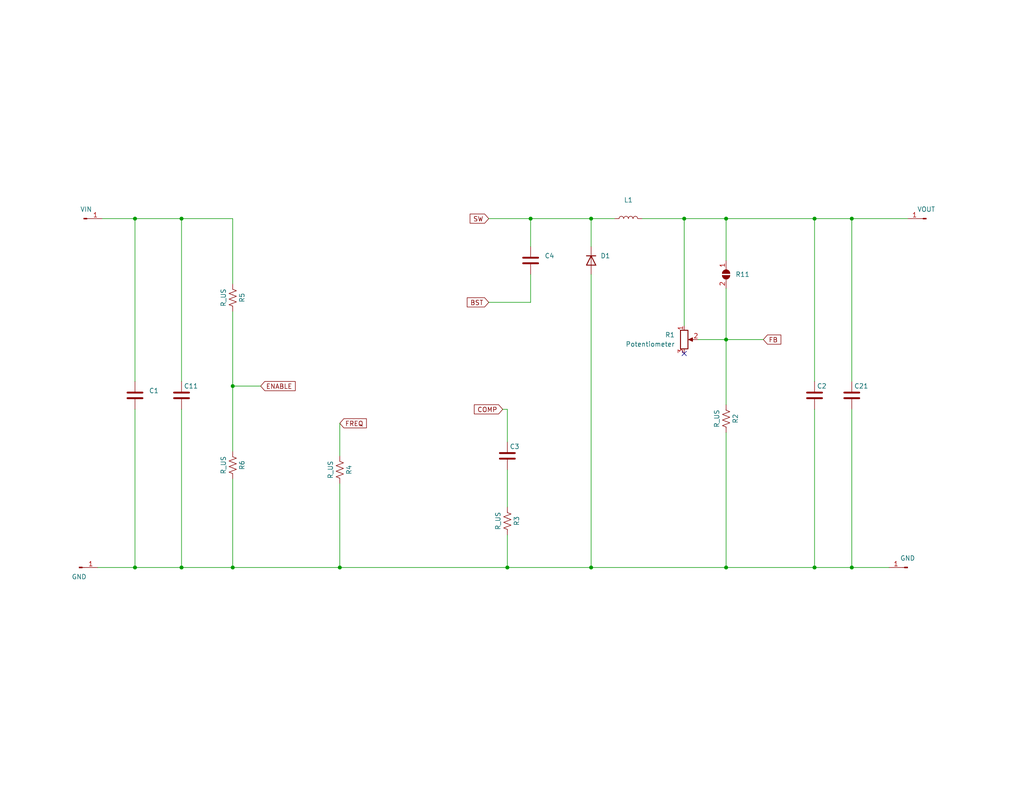
<source format=kicad_sch>
(kicad_sch (version 20230121) (generator eeschema)
  (paper "USLetter")
  (title_block (title "MP1584 Buck Converter") (date "2023-10-04"))
  (lib_symbols
    (symbol "Connector:Conn_01x01_Pin" (pin_names (offset 1.016) hide)
      (property "Reference" "J" (at 0 2.54 0))
      (property "Value" "Conn_01x01_Pin" (at 0 -2.54 0))
      (symbol "Conn_01x01_Pin_1_1"
        (polyline (pts (xy 1.27 0) (xy 0.8636 0)) (stroke (width 0.1524)))
        (rectangle (start 0.8636 0.127) (end 0 -0.127) (stroke (width 0.1524)) (fill (type outline)))
        (pin passive line (at 5.08 0 180) (length 3.81) (name "Pin_1") (number "1"))
      )
    )
    (symbol "Device:C" (pin_numbers hide) (pin_names (offset 0.254))
      (property "Reference" "C" (at 0.635 2.54 0))
      (property "Value" "C" (at 0.635 -2.54 0))
      (symbol "C_0_1"
        (polyline (pts (xy -2.032 -0.762) (xy 2.032 -0.762)) (stroke (width 0.508)))
        (polyline (pts (xy -2.032 0.762) (xy 2.032 0.762)) (stroke (width 0.508)))
      )
      (symbol "C_1_1"
        (pin passive line (at 0 3.81 270) (length 2.794) (name "~") (number "1"))
        (pin passive line (at 0 -3.81 90) (length 2.794) (name "~") (number "2"))
      )
    )
    (symbol "Device:D" (pin_numbers hide) (pin_names (offset 1.016) hide)
      (property "Reference" "D" (at 0 2.54 0))
      (property "Value" "D" (at 0 -2.54 0))
      (symbol "D_0_1"
        (polyline (pts (xy -1.27 1.27) (xy -1.27 -1.27)) (stroke (width 0.254)))
        (polyline (pts (xy 1.27 0) (xy -1.27 0)))
        (polyline (pts (xy 1.27 1.27) (xy 1.27 -1.27) (xy -1.27 0) (xy 1.27 1.27)) (stroke (width 0.254)))
      )
      (symbol "D_1_1"
        (pin passive line (at -3.81 0 0) (length 2.54) (name "K") (number "1"))
        (pin passive line (at 3.81 0 180) (length 2.54) (name "A") (number "2"))
      )
    )
    (symbol "Device:L" (pin_numbers hide) (pin_names (offset 1.016) hide)
      (property "Reference" "L" (at -1.27 0 90))
      (property "Value" "L" (at 1.905 0 90))
      (symbol "L_0_1"
        (arc (start 0 -2.54) (mid 0.6323 -1.905) (end 0 -1.27))
        (arc (start 0 -1.27) (mid 0.6323 -0.635) (end 0 0))
        (arc (start 0 0) (mid 0.6323 0.635) (end 0 1.27))
        (arc (start 0 1.27) (mid 0.6323 1.905) (end 0 2.54))
      )
      (symbol "L_1_1"
        (pin passive line (at 0 3.81 270) (length 1.27) (name "1") (number "1"))
        (pin passive line (at 0 -3.81 90) (length 1.27) (name "2") (number "2"))
      )
    )
    (symbol "Device:R_Potentiometer" (pin_names (offset 1.016) hide)
      (property "Reference" "RV" (at -4.445 0 90))
      (property "Value" "R_Potentiometer" (at -2.54 0 90))
      (symbol "R_Potentiometer_0_1"
        (polyline (pts (xy 2.54 0) (xy 1.524 0)))
        (polyline (pts (xy 1.143 0) (xy 2.286 0.508) (xy 2.286 -0.508) (xy 1.143 0)) (fill (type outline)))
        (rectangle (start 1.016 2.54) (end -1.016 -2.54) (stroke (width 0.254)))
      )
      (symbol "R_Potentiometer_1_1"
        (pin passive line (at 0 3.81 270) (length 1.27) (name "1") (number "1"))
        (pin passive line (at 3.81 0 180) (length 1.27) (name "2") (number "2"))
        (pin passive line (at 0 -3.81 90) (length 1.27) (name "3") (number "3"))
      )
    )
    (symbol "Device:R_US" (pin_numbers hide) (pin_names (offset 0))
      (property "Reference" "R" (at 2.54 0 90))
      (property "Value" "R_US" (at -2.54 0 90))
      (symbol "R_US_0_1"
        (polyline (pts (xy 0 -2.286) (xy 0 -2.54)))
        (polyline (pts (xy 0 2.286) (xy 0 2.54)))
        (polyline (pts (xy 0 -0.762) (xy 1.016 -1.143) (xy 0 -1.524) (xy -1.016 -1.905) (xy 0 -2.286)))
        (polyline (pts (xy 0 0.762) (xy 1.016 0.381) (xy 0 0) (xy -1.016 -0.381) (xy 0 -0.762)))
        (polyline (pts (xy 0 2.286) (xy 1.016 1.905) (xy 0 1.524) (xy -1.016 1.143) (xy 0 0.762)))
      )
      (symbol "R_US_1_1"
        (pin passive line (at 0 3.81 270) (length 1.27) (name "~") (number "1"))
        (pin passive line (at 0 -3.81 90) (length 1.27) (name "~") (number "2"))
      )
    )
    (symbol "Jumper:SolderJumper_2_Open" (pin_names (offset 0) hide)
      (property "Reference" "JP" (at 0 2.032 0))
      (property "Value" "SolderJumper_2_Open" (at 0 -2.54 0))
      (symbol "SolderJumper_2_Open_0_1"
        (arc (start -0.254 1.016) (mid -1.2656 0) (end -0.254 -1.016))
        (arc (start -0.254 1.016) (mid -1.2656 0) (end -0.254 -1.016) (fill (type outline)))
        (polyline (pts (xy -0.254 1.016) (xy -0.254 -1.016)))
        (polyline (pts (xy 0.254 1.016) (xy 0.254 -1.016)))
        (arc (start 0.254 -1.016) (mid 1.2656 0) (end 0.254 1.016))
        (arc (start 0.254 -1.016) (mid 1.2656 0) (end 0.254 1.016) (fill (type outline)))
      )
      (symbol "SolderJumper_2_Open_1_1"
        (pin passive line (at -3.81 0 0) (length 2.54) (name "A") (number "1"))
        (pin passive line (at 3.81 0 180) (length 2.54) (name "B") (number "2"))
      )
    )
  )
  (junction (at 36.83 59.69))
  (junction (at 222.25 59.69))
  (junction (at 222.25 154.94))
  (junction (at 92.71 154.94))
  (junction (at 198.12 59.69))
  (junction (at 144.78 59.69))
  (junction (at 49.53 154.94))
  (junction (at 63.5 105.41))
  (junction (at 198.12 154.94))
  (junction (at 138.43 154.94))
  (junction (at 36.83 154.94))
  (junction (at 198.12 92.71))
  (junction (at 49.53 59.69))
  (junction (at 232.41 59.69))
  (junction (at 232.41 154.94))
  (junction (at 186.69 59.69))
  (junction (at 161.29 59.69))
  (junction (at 161.29 154.94))
  (junction (at 63.5 154.94))
  (no_connect (at 186.69 96.52))
  (wire (pts (xy 92.71 115.57) (xy 92.71 124.46)))
  (wire (pts (xy 63.5 105.41) (xy 71.12 105.41)))
  (wire (pts (xy 26.67 154.94) (xy 36.83 154.94)))
  (wire (pts (xy 133.35 59.69) (xy 144.78 59.69)))
  (wire (pts (xy 36.83 59.69) (xy 36.83 104.14)))
  (wire (pts (xy 49.53 59.69) (xy 63.5 59.69)))
  (wire (pts (xy 36.83 59.69) (xy 49.53 59.69)))
  (wire (pts (xy 161.29 59.69) (xy 144.78 59.69)))
  (wire (pts (xy 232.41 59.69) (xy 232.41 104.14)))
  (wire (pts (xy 144.78 82.55) (xy 133.35 82.55)))
  (wire (pts (xy 186.69 59.69) (xy 198.12 59.69)))
  (wire (pts (xy 138.43 154.94) (xy 161.29 154.94)))
  (wire (pts (xy 232.41 111.76) (xy 232.41 154.94)))
  (wire (pts (xy 161.29 154.94) (xy 198.12 154.94)))
  (wire (pts (xy 138.43 111.76) (xy 137.16 111.76)))
  (wire (pts (xy 247.65 59.69) (xy 232.41 59.69)))
  (wire (pts (xy 63.5 85.09) (xy 63.5 105.41)))
  (wire (pts (xy 92.71 132.08) (xy 92.71 154.94)))
  (wire (pts (xy 161.29 74.93) (xy 161.29 154.94)))
  (wire (pts (xy 49.53 111.76) (xy 49.53 154.94)))
  (wire (pts (xy 198.12 59.69) (xy 222.25 59.69)))
  (wire (pts (xy 232.41 154.94) (xy 242.57 154.94)))
  (wire (pts (xy 138.43 120.65) (xy 138.43 111.76)))
  (wire (pts (xy 138.43 128.27) (xy 138.43 138.43)))
  (wire (pts (xy 222.25 111.76) (xy 222.25 154.94)))
  (wire (pts (xy 198.12 92.71) (xy 190.5 92.71)))
  (wire (pts (xy 63.5 130.81) (xy 63.5 154.94)))
  (wire (pts (xy 36.83 111.76) (xy 36.83 154.94)))
  (wire (pts (xy 63.5 59.69) (xy 63.5 77.47)))
  (wire (pts (xy 222.25 104.14) (xy 222.25 59.69)))
  (wire (pts (xy 161.29 59.69) (xy 167.64 59.69)))
  (wire (pts (xy 49.53 59.69) (xy 49.53 104.14)))
  (wire (pts (xy 222.25 59.69) (xy 232.41 59.69)))
  (wire (pts (xy 161.29 67.31) (xy 161.29 59.69)))
  (wire (pts (xy 49.53 154.94) (xy 63.5 154.94)))
  (wire (pts (xy 63.5 154.94) (xy 92.71 154.94)))
  (wire (pts (xy 198.12 154.94) (xy 222.25 154.94)))
  (wire (pts (xy 36.83 154.94) (xy 49.53 154.94)))
  (wire (pts (xy 222.25 154.94) (xy 232.41 154.94)))
  (wire (pts (xy 186.69 59.69) (xy 186.69 88.9)))
  (wire (pts (xy 27.94 59.69) (xy 36.83 59.69)))
  (wire (pts (xy 175.26 59.69) (xy 186.69 59.69)))
  (wire (pts (xy 92.71 154.94) (xy 138.43 154.94)))
  (wire (pts (xy 198.12 118.11) (xy 198.12 154.94)))
  (wire (pts (xy 198.12 92.71) (xy 208.28 92.71)))
  (wire (pts (xy 198.12 78.74) (xy 198.12 92.71)))
  (wire (pts (xy 198.12 59.69) (xy 198.12 71.12)))
  (wire (pts (xy 144.78 74.93) (xy 144.78 82.55)))
  (wire (pts (xy 198.12 92.71) (xy 198.12 110.49)))
  (wire (pts (xy 138.43 146.05) (xy 138.43 154.94)))
  (wire (pts (xy 63.5 105.41) (xy 63.5 123.19)))
  (wire (pts (xy 144.78 59.69) (xy 144.78 67.31)))
  (global_label "BST" (shape input) (at 133.35 82.55 180) (property "Intersheetrefs" "${INTERSHEET_REFS}" (effects hide)))
  (global_label "FB" (shape input) (at 208.28 92.71 0) (property "Intersheetrefs" "${INTERSHEET_REFS}" (effects hide)))
  (global_label "ENABLE" (shape input) (at 71.12 105.41 0) (property "Intersheetrefs" "${INTERSHEET_REFS}" (effects hide)))
  (global_label "FREQ" (shape input) (at 92.71 115.57 0) (property "Intersheetrefs" "${INTERSHEET_REFS}" (effects hide)))
  (global_label "COMP" (shape input) (at 137.16 111.76 180) (property "Intersheetrefs" "${INTERSHEET_REFS}" (effects hide)))
  (global_label "SW" (shape input) (at 133.35 59.69 180) (property "Intersheetrefs" "${INTERSHEET_REFS}" (effects hide)))
  (symbol (lib_id "Device:R_Potentiometer") (at 186.69 92.71 0) (unit 1)
    (property "Reference" "R1" (at 184.15 91.44 0) (effects (justify right)))
    (property "Value" "Potentiometer" (at 184.15 93.98 0) (effects (justify right)))
  )
  (symbol (lib_id "Device:R_US") (at 198.12 114.3 0) (unit 1)
    (property "Reference" "R2" (at 200.66 114.3 90))
    (property "Value" "R_US" (at 195.58 114.3 90))
  )
  (symbol (lib_id "Device:R_US") (at 138.43 142.24 0) (unit 1)
    (property "Reference" "R3" (at 140.97 142.24 90))
    (property "Value" "R_US" (at 135.89 142.24 90))
  )
  (symbol (lib_id "Connector:Conn_01x01_Pin") (at 22.86 59.69 0) (unit 1)
    (property "Reference" "J1" (effects hide))
    (property "Value" "VIN" (at 23.495 57.15 0))
  )
  (symbol (lib_id "Connector:Conn_01x01_Pin") (at 21.59 154.94 0) (unit 1)
    (property "Reference" "J2" (effects hide))
    (property "Value" "GND" (at 21.59 157.48 0))
  )
  (symbol (lib_id "Device:R_US") (at 63.5 127 0) (unit 1)
    (property "Reference" "R6" (at 66.04 127 90))
    (property "Value" "R_US" (at 60.96 127 90))
  )
  (symbol (lib_id "Device:C") (at 144.78 71.12 0) (unit 1)
    (property "Reference" "C4" (at 148.59 69.85 0) (effects (justify left)))
    (property "Value" "C" (effects hide))
  )
  (symbol (lib_id "Device:D") (at 161.29 71.12 270) (unit 1)
    (property "Reference" "D1" (at 163.83 69.85 90) (effects (justify left)))
    (property "Value" "D" (effects hide))
    (property "Sim.Device" "D" (effects hide))
    (property "Sim.Pins" "1=K 2=A" (effects hide))
  )
  (symbol (lib_id "Device:R_US") (at 92.71 128.27 0) (unit 1)
    (property "Reference" "R4" (at 95.25 128.27 90))
    (property "Value" "R_US" (at 90.17 128.27 90))
  )
  (symbol (lib_id "Device:C") (at 232.41 107.95 0) (unit 1)
    (property "Reference" "C21" (at 233.045 105.41 0) (effects (justify left)))
    (property "Value" "C" (effects hide))
  )
  (symbol (lib_id "Jumper:SolderJumper_2_Open") (at 198.12 74.93 270) (unit 1)
    (property "Reference" "R11" (at 200.66 74.93 90) (effects (justify left)))
    (property "Value" "SolderJumper_2_Open" (effects hide))
  )
  (symbol (lib_id "Device:R_US") (at 63.5 81.28 0) (unit 1)
    (property "Reference" "R5" (at 66.04 81.28 90))
    (property "Value" "R_US" (at 60.96 81.28 90))
  )
  (symbol (lib_id "Device:C") (at 138.43 124.46 0) (unit 1)
    (property "Reference" "C3" (at 139.065 121.92 0) (effects (justify left)))
    (property "Value" "C" (effects hide))
  )
  (symbol (lib_id "Connector:Conn_01x01_Pin") (at 247.65 154.94 180) (unit 1)
    (property "Reference" "J4" (effects hide))
    (property "Value" "GND" (at 247.65 152.4 0))
  )
  (symbol (lib_id "Device:C") (at 36.83 107.95 0) (unit 1)
    (property "Reference" "C1" (at 40.64 106.68 0) (effects (justify left)))
    (property "Value" "C" (effects hide))
  )
  (symbol (lib_id "Device:C") (at 49.53 107.95 0) (unit 1)
    (property "Reference" "C11" (at 50.165 105.41 0) (effects (justify left)))
    (property "Value" "C" (effects hide))
  )
  (symbol (lib_id "Device:L") (at 171.45 59.69 90) (unit 1)
    (property "Reference" "L1" (at 171.45 54.61 90))
    (property "Value" "L" (effects hide))
  )
  (symbol (lib_id "Connector:Conn_01x01_Pin") (at 252.73 59.69 180) (unit 1)
    (property "Reference" "J3" (effects hide))
    (property "Value" "VOUT" (at 252.73 57.15 0))
  )
  (symbol (lib_id "Device:C") (at 222.25 107.95 0) (unit 1)
    (property "Reference" "C2" (at 222.885 105.41 0) (effects (justify left)))
    (property "Value" "C" (effects hide))
  )
)
</source>
